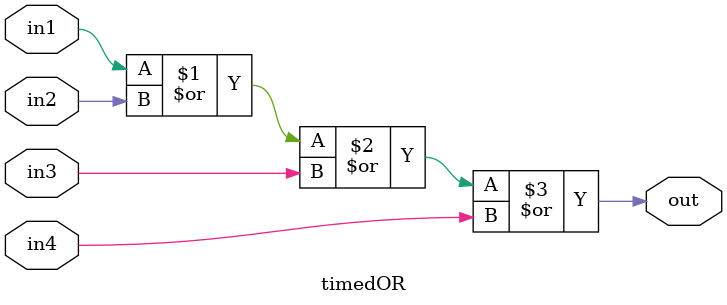
<source format=v>
`timescale 1ns / 1ps

`define	D		1	// definition of the delay


module timedOR(out, in1, in2, in3, in4);

input in1, in2, in3, in4;
output out;

or		#`D		or1 (out, in1, in2, in3, in4);


endmodule
</source>
